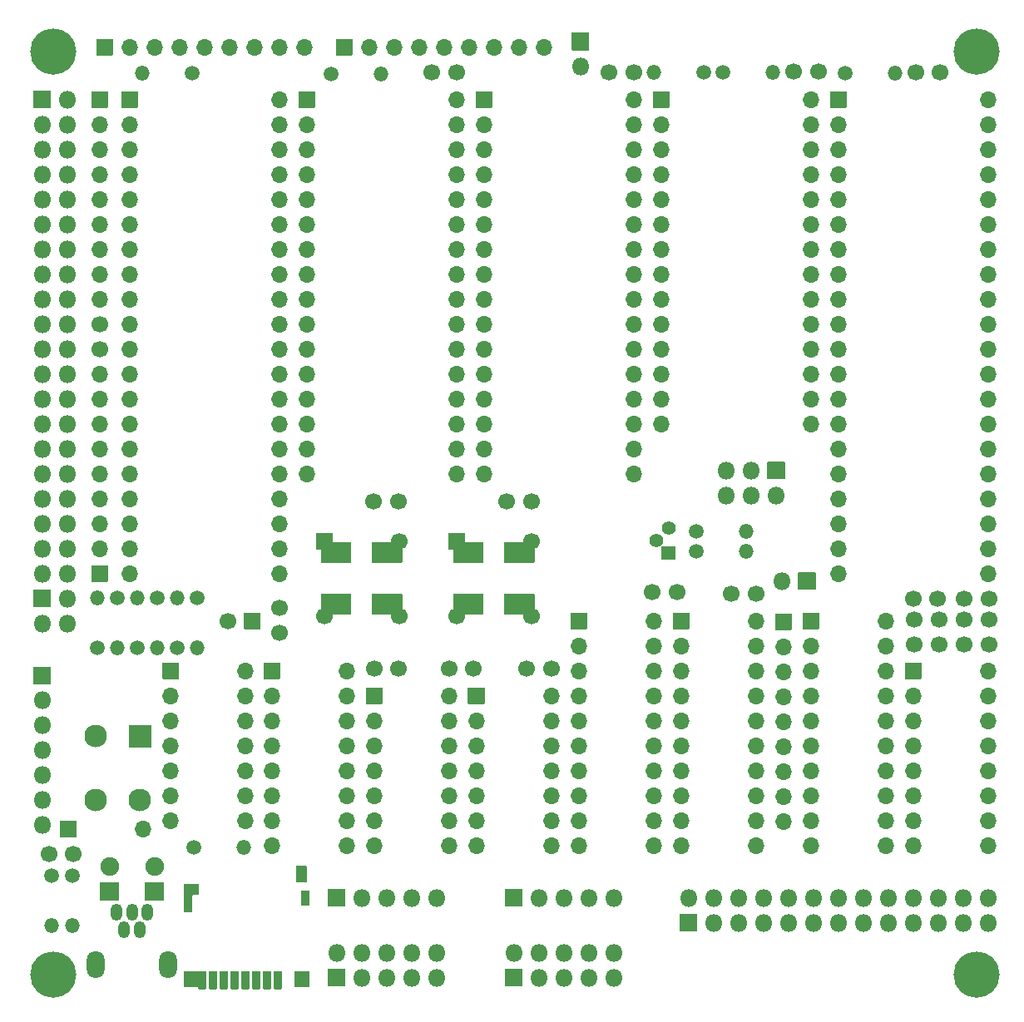
<source format=gts>
G04 #@! TF.GenerationSoftware,KiCad,Pcbnew,(5.1.12)-1*
G04 #@! TF.CreationDate,2022-12-18T09:53:10+01:00*
G04 #@! TF.ProjectId,2063-Z80,32303633-2d5a-4383-902e-6b696361645f,4.3*
G04 #@! TF.SameCoordinates,Original*
G04 #@! TF.FileFunction,Soldermask,Top*
G04 #@! TF.FilePolarity,Negative*
%FSLAX46Y46*%
G04 Gerber Fmt 4.6, Leading zero omitted, Abs format (unit mm)*
G04 Created by KiCad (PCBNEW (5.1.12)-1) date 2022-12-18 09:53:10*
%MOMM*%
%LPD*%
G01*
G04 APERTURE LIST*
%ADD10O,1.800000X1.800000*%
%ADD11O,1.500000X1.500000*%
%ADD12C,1.500000*%
%ADD13O,1.700000X1.700000*%
%ADD14C,1.700000*%
%ADD15C,1.400000*%
%ADD16C,4.700000*%
%ADD17O,1.800000X2.800000*%
%ADD18O,1.200000X1.750000*%
%ADD19C,1.900000*%
%ADD20C,2.300000*%
%ADD21C,0.100000*%
G04 APERTURE END LIST*
D10*
X104394000Y-111252000D03*
X101854000Y-111252000D03*
X104394000Y-108712000D03*
G36*
G01*
X100954000Y-109562000D02*
X100954000Y-107862000D01*
G75*
G02*
X101004000Y-107812000I50000J0D01*
G01*
X102704000Y-107812000D01*
G75*
G02*
X102754000Y-107862000I0J-50000D01*
G01*
X102754000Y-109562000D01*
G75*
G02*
X102704000Y-109612000I-50000J0D01*
G01*
X101004000Y-109612000D01*
G75*
G02*
X100954000Y-109562000I0J50000D01*
G01*
G37*
D11*
X176240440Y-55191660D03*
D12*
X171160440Y-55191660D03*
D11*
X112024160Y-55267860D03*
D12*
X117104160Y-55267860D03*
D11*
X136321800Y-55305960D03*
D12*
X131241800Y-55305960D03*
D10*
X156641800Y-54556660D03*
G36*
G01*
X155741800Y-52866660D02*
X155741800Y-51166660D01*
G75*
G02*
X155791800Y-51116660I50000J0D01*
G01*
X157491800Y-51116660D01*
G75*
G02*
X157541800Y-51166660I0J-50000D01*
G01*
X157541800Y-52866660D01*
G75*
G02*
X157491800Y-52916660I-50000J0D01*
G01*
X155791800Y-52916660D01*
G75*
G02*
X155741800Y-52866660I0J50000D01*
G01*
G37*
G36*
G01*
X145194920Y-119418000D02*
X145194920Y-117818000D01*
G75*
G02*
X145244920Y-117768000I50000J0D01*
G01*
X146844920Y-117768000D01*
G75*
G02*
X146894920Y-117818000I0J-50000D01*
G01*
X146894920Y-119418000D01*
G75*
G02*
X146844920Y-119468000I-50000J0D01*
G01*
X145244920Y-119468000D01*
G75*
G02*
X145194920Y-119418000I0J50000D01*
G01*
G37*
D13*
X153664920Y-133858000D03*
X146044920Y-121158000D03*
X153664920Y-131318000D03*
X146044920Y-123698000D03*
X153664920Y-128778000D03*
X146044920Y-126238000D03*
X153664920Y-126238000D03*
X146044920Y-128778000D03*
X153664920Y-123698000D03*
X146044920Y-131318000D03*
X153664920Y-121158000D03*
X146044920Y-133858000D03*
X153664920Y-118618000D03*
D10*
X177165000Y-106959400D03*
G36*
G01*
X178855000Y-106059400D02*
X180555000Y-106059400D01*
G75*
G02*
X180605000Y-106109400I0J-50000D01*
G01*
X180605000Y-107809400D01*
G75*
G02*
X180555000Y-107859400I-50000J0D01*
G01*
X178855000Y-107859400D01*
G75*
G02*
X178805000Y-107809400I0J50000D01*
G01*
X178805000Y-106109400D01*
G75*
G02*
X178855000Y-106059400I50000J0D01*
G01*
G37*
D11*
X164152580Y-55194200D03*
D12*
X169232580Y-55194200D03*
D11*
X188696600Y-55270400D03*
D12*
X183616600Y-55270400D03*
G36*
G01*
X130266000Y-108270000D02*
X133266000Y-108270000D01*
G75*
G02*
X133316000Y-108320000I0J-50000D01*
G01*
X133316000Y-110300000D01*
G75*
G02*
X133266000Y-110350000I-50000J0D01*
G01*
X130266000Y-110350000D01*
G75*
G02*
X130216000Y-110300000I0J50000D01*
G01*
X130216000Y-108320000D01*
G75*
G02*
X130266000Y-108270000I50000J0D01*
G01*
G37*
G36*
G01*
X130266000Y-103010000D02*
X133266000Y-103010000D01*
G75*
G02*
X133316000Y-103060000I0J-50000D01*
G01*
X133316000Y-105040000D01*
G75*
G02*
X133266000Y-105090000I-50000J0D01*
G01*
X130266000Y-105090000D01*
G75*
G02*
X130216000Y-105040000I0J50000D01*
G01*
X130216000Y-103060000D01*
G75*
G02*
X130266000Y-103010000I50000J0D01*
G01*
G37*
G36*
G01*
X135466000Y-108270000D02*
X138466000Y-108270000D01*
G75*
G02*
X138516000Y-108320000I0J-50000D01*
G01*
X138516000Y-110300000D01*
G75*
G02*
X138466000Y-110350000I-50000J0D01*
G01*
X135466000Y-110350000D01*
G75*
G02*
X135416000Y-110300000I0J50000D01*
G01*
X135416000Y-108320000D01*
G75*
G02*
X135466000Y-108270000I50000J0D01*
G01*
G37*
G36*
G01*
X135466000Y-103010000D02*
X138466000Y-103010000D01*
G75*
G02*
X138516000Y-103060000I0J-50000D01*
G01*
X138516000Y-105040000D01*
G75*
G02*
X138466000Y-105090000I-50000J0D01*
G01*
X135466000Y-105090000D01*
G75*
G02*
X135416000Y-105040000I0J50000D01*
G01*
X135416000Y-103060000D01*
G75*
G02*
X135466000Y-103010000I50000J0D01*
G01*
G37*
D14*
X130556000Y-110490000D03*
X138176000Y-110490000D03*
X138176000Y-102870000D03*
G36*
G01*
X129756000Y-102020000D02*
X131356000Y-102020000D01*
G75*
G02*
X131406000Y-102070000I0J-50000D01*
G01*
X131406000Y-103670000D01*
G75*
G02*
X131356000Y-103720000I-50000J0D01*
G01*
X129756000Y-103720000D01*
G75*
G02*
X129706000Y-103670000I0J50000D01*
G01*
X129706000Y-102070000D01*
G75*
G02*
X129756000Y-102020000I50000J0D01*
G01*
G37*
G36*
G01*
X143728000Y-108270000D02*
X146728000Y-108270000D01*
G75*
G02*
X146778000Y-108320000I0J-50000D01*
G01*
X146778000Y-110300000D01*
G75*
G02*
X146728000Y-110350000I-50000J0D01*
G01*
X143728000Y-110350000D01*
G75*
G02*
X143678000Y-110300000I0J50000D01*
G01*
X143678000Y-108320000D01*
G75*
G02*
X143728000Y-108270000I50000J0D01*
G01*
G37*
G36*
G01*
X143728000Y-103010000D02*
X146728000Y-103010000D01*
G75*
G02*
X146778000Y-103060000I0J-50000D01*
G01*
X146778000Y-105040000D01*
G75*
G02*
X146728000Y-105090000I-50000J0D01*
G01*
X143728000Y-105090000D01*
G75*
G02*
X143678000Y-105040000I0J50000D01*
G01*
X143678000Y-103060000D01*
G75*
G02*
X143728000Y-103010000I50000J0D01*
G01*
G37*
G36*
G01*
X148928000Y-108270000D02*
X151928000Y-108270000D01*
G75*
G02*
X151978000Y-108320000I0J-50000D01*
G01*
X151978000Y-110300000D01*
G75*
G02*
X151928000Y-110350000I-50000J0D01*
G01*
X148928000Y-110350000D01*
G75*
G02*
X148878000Y-110300000I0J50000D01*
G01*
X148878000Y-108320000D01*
G75*
G02*
X148928000Y-108270000I50000J0D01*
G01*
G37*
G36*
G01*
X148928000Y-103010000D02*
X151928000Y-103010000D01*
G75*
G02*
X151978000Y-103060000I0J-50000D01*
G01*
X151978000Y-105040000D01*
G75*
G02*
X151928000Y-105090000I-50000J0D01*
G01*
X148928000Y-105090000D01*
G75*
G02*
X148878000Y-105040000I0J50000D01*
G01*
X148878000Y-103060000D01*
G75*
G02*
X148928000Y-103010000I50000J0D01*
G01*
G37*
X144018000Y-110490000D03*
X151638000Y-110490000D03*
X151638000Y-102870000D03*
G36*
G01*
X143218000Y-102020000D02*
X144818000Y-102020000D01*
G75*
G02*
X144868000Y-102070000I0J-50000D01*
G01*
X144868000Y-103670000D01*
G75*
G02*
X144818000Y-103720000I-50000J0D01*
G01*
X143218000Y-103720000D01*
G75*
G02*
X143168000Y-103670000I0J50000D01*
G01*
X143168000Y-102070000D01*
G75*
G02*
X143218000Y-102020000I50000J0D01*
G01*
G37*
D11*
X104902000Y-141986000D03*
D12*
X104902000Y-136906000D03*
D13*
X122555000Y-116078000D03*
X114935000Y-131318000D03*
X122555000Y-118618000D03*
X114935000Y-128778000D03*
X122555000Y-121158000D03*
X114935000Y-126238000D03*
X122555000Y-123698000D03*
X114935000Y-123698000D03*
X122555000Y-126238000D03*
X114935000Y-121158000D03*
X122555000Y-128778000D03*
X114935000Y-118618000D03*
X122555000Y-131318000D03*
G36*
G01*
X114085000Y-116878000D02*
X114085000Y-115278000D01*
G75*
G02*
X114135000Y-115228000I50000J0D01*
G01*
X115735000Y-115228000D01*
G75*
G02*
X115785000Y-115278000I0J-50000D01*
G01*
X115785000Y-116878000D01*
G75*
G02*
X115735000Y-116928000I-50000J0D01*
G01*
X114135000Y-116928000D01*
G75*
G02*
X114085000Y-116878000I0J50000D01*
G01*
G37*
G36*
G01*
X166308000Y-103439200D02*
X166308000Y-104739200D01*
G75*
G02*
X166258000Y-104789200I-50000J0D01*
G01*
X164958000Y-104789200D01*
G75*
G02*
X164908000Y-104739200I0J50000D01*
G01*
X164908000Y-103439200D01*
G75*
G02*
X164958000Y-103389200I50000J0D01*
G01*
X166258000Y-103389200D01*
G75*
G02*
X166308000Y-103439200I0J-50000D01*
G01*
G37*
D15*
X165608000Y-101549200D03*
X164338000Y-102809200D03*
D10*
X171488100Y-98234500D03*
X171488100Y-95694500D03*
X174028100Y-98234500D03*
X174028100Y-95694500D03*
X176568100Y-98234500D03*
G36*
G01*
X175718100Y-94794500D02*
X177418100Y-94794500D01*
G75*
G02*
X177468100Y-94844500I0J-50000D01*
G01*
X177468100Y-96544500D01*
G75*
G02*
X177418100Y-96594500I-50000J0D01*
G01*
X175718100Y-96594500D01*
G75*
G02*
X175668100Y-96544500I0J50000D01*
G01*
X175668100Y-94844500D01*
G75*
G02*
X175718100Y-94794500I50000J0D01*
G01*
G37*
D14*
X126009400Y-109717200D03*
X126009400Y-112217200D03*
X120740800Y-110998000D03*
G36*
G01*
X124090800Y-110198000D02*
X124090800Y-111798000D01*
G75*
G02*
X124040800Y-111848000I-50000J0D01*
G01*
X122440800Y-111848000D01*
G75*
G02*
X122390800Y-111798000I0J50000D01*
G01*
X122390800Y-110198000D01*
G75*
G02*
X122440800Y-110148000I50000J0D01*
G01*
X124040800Y-110148000D01*
G75*
G02*
X124090800Y-110198000I0J-50000D01*
G01*
G37*
D10*
X101854000Y-131800600D03*
X101854000Y-129260600D03*
X101854000Y-126720600D03*
X101854000Y-124180600D03*
X101854000Y-121640600D03*
X101854000Y-119100600D03*
G36*
G01*
X100954000Y-117410600D02*
X100954000Y-115710600D01*
G75*
G02*
X101004000Y-115660600I50000J0D01*
G01*
X102704000Y-115660600D01*
G75*
G02*
X102754000Y-115710600I0J-50000D01*
G01*
X102754000Y-117410600D01*
G75*
G02*
X102704000Y-117460600I-50000J0D01*
G01*
X101004000Y-117460600D01*
G75*
G02*
X100954000Y-117410600I0J50000D01*
G01*
G37*
G36*
G01*
X134786000Y-119418000D02*
X134786000Y-117818000D01*
G75*
G02*
X134836000Y-117768000I50000J0D01*
G01*
X136436000Y-117768000D01*
G75*
G02*
X136486000Y-117818000I0J-50000D01*
G01*
X136486000Y-119418000D01*
G75*
G02*
X136436000Y-119468000I-50000J0D01*
G01*
X134836000Y-119468000D01*
G75*
G02*
X134786000Y-119418000I0J50000D01*
G01*
G37*
D13*
X143256000Y-133858000D03*
X135636000Y-121158000D03*
X143256000Y-131318000D03*
X135636000Y-123698000D03*
X143256000Y-128778000D03*
X135636000Y-126238000D03*
X143256000Y-126238000D03*
X135636000Y-128778000D03*
X143256000Y-123698000D03*
X135636000Y-131318000D03*
X143256000Y-121158000D03*
X135636000Y-133858000D03*
X143256000Y-118618000D03*
X144018000Y-57912000D03*
X128778000Y-96012000D03*
X144018000Y-60452000D03*
X128778000Y-93472000D03*
X144018000Y-62992000D03*
X128778000Y-90932000D03*
X144018000Y-65532000D03*
X128778000Y-88392000D03*
X144018000Y-68072000D03*
X128778000Y-85852000D03*
X144018000Y-70612000D03*
X128778000Y-83312000D03*
X144018000Y-73152000D03*
X128778000Y-80772000D03*
X144018000Y-75692000D03*
X128778000Y-78232000D03*
X144018000Y-78232000D03*
X128778000Y-75692000D03*
X144018000Y-80772000D03*
X128778000Y-73152000D03*
X144018000Y-83312000D03*
X128778000Y-70612000D03*
X144018000Y-85852000D03*
X128778000Y-68072000D03*
X144018000Y-88392000D03*
X128778000Y-65532000D03*
X144018000Y-90932000D03*
X128778000Y-62992000D03*
X144018000Y-93472000D03*
X128778000Y-60452000D03*
X144018000Y-96012000D03*
G36*
G01*
X127928000Y-58712000D02*
X127928000Y-57112000D01*
G75*
G02*
X127978000Y-57062000I50000J0D01*
G01*
X129578000Y-57062000D01*
G75*
G02*
X129628000Y-57112000I0J-50000D01*
G01*
X129628000Y-58712000D01*
G75*
G02*
X129578000Y-58762000I-50000J0D01*
G01*
X127978000Y-58762000D01*
G75*
G02*
X127928000Y-58712000I0J50000D01*
G01*
G37*
D11*
X173482000Y-103962200D03*
D12*
X168402000Y-103962200D03*
D11*
X173482000Y-101930200D03*
D12*
X168402000Y-101930200D03*
D14*
X135625200Y-98882200D03*
X138125200Y-98882200D03*
D11*
X102793800Y-141986000D03*
D12*
X102793800Y-136906000D03*
D11*
X122402600Y-134035800D03*
D12*
X117322600Y-134035800D03*
D11*
X115570000Y-108661200D03*
D12*
X115570000Y-113741200D03*
D11*
X111506000Y-108661200D03*
D12*
X111506000Y-113741200D03*
D11*
X117602000Y-113741200D03*
D12*
X117602000Y-108661200D03*
D11*
X113538000Y-113741200D03*
D12*
X113538000Y-108661200D03*
D11*
X109474000Y-113741200D03*
D12*
X109474000Y-108661200D03*
D11*
X107442000Y-108661200D03*
D12*
X107442000Y-113741200D03*
D13*
X128524000Y-52578000D03*
X125984000Y-52578000D03*
X123444000Y-52578000D03*
X120904000Y-52578000D03*
X118364000Y-52578000D03*
X115824000Y-52578000D03*
X113284000Y-52578000D03*
X110744000Y-52578000D03*
G36*
G01*
X107354000Y-53378000D02*
X107354000Y-51778000D01*
G75*
G02*
X107404000Y-51728000I50000J0D01*
G01*
X109004000Y-51728000D01*
G75*
G02*
X109054000Y-51778000I0J-50000D01*
G01*
X109054000Y-53378000D01*
G75*
G02*
X109004000Y-53428000I-50000J0D01*
G01*
X107404000Y-53428000D01*
G75*
G02*
X107354000Y-53378000I0J50000D01*
G01*
G37*
X107696000Y-78232000D03*
X107696000Y-75692000D03*
X107696000Y-73152000D03*
X107696000Y-70612000D03*
X107696000Y-68072000D03*
X107696000Y-65532000D03*
X107696000Y-62992000D03*
X107696000Y-60452000D03*
G36*
G01*
X106896000Y-57062000D02*
X108496000Y-57062000D01*
G75*
G02*
X108546000Y-57112000I0J-50000D01*
G01*
X108546000Y-58712000D01*
G75*
G02*
X108496000Y-58762000I-50000J0D01*
G01*
X106896000Y-58762000D01*
G75*
G02*
X106846000Y-58712000I0J50000D01*
G01*
X106846000Y-57112000D01*
G75*
G02*
X106896000Y-57062000I50000J0D01*
G01*
G37*
X107696000Y-85852000D03*
X107696000Y-88392000D03*
X107696000Y-90932000D03*
X107696000Y-93472000D03*
X107696000Y-96012000D03*
X107696000Y-98552000D03*
X107696000Y-101092000D03*
X107696000Y-103632000D03*
G36*
G01*
X108496000Y-107022000D02*
X106896000Y-107022000D01*
G75*
G02*
X106846000Y-106972000I0J50000D01*
G01*
X106846000Y-105372000D01*
G75*
G02*
X106896000Y-105322000I50000J0D01*
G01*
X108496000Y-105322000D01*
G75*
G02*
X108546000Y-105372000I0J-50000D01*
G01*
X108546000Y-106972000D01*
G75*
G02*
X108496000Y-107022000I-50000J0D01*
G01*
G37*
X198120000Y-116078000D03*
X190500000Y-133858000D03*
X198120000Y-118618000D03*
X190500000Y-131318000D03*
X198120000Y-121158000D03*
X190500000Y-128778000D03*
X198120000Y-123698000D03*
X190500000Y-126238000D03*
X198120000Y-126238000D03*
X190500000Y-123698000D03*
X198120000Y-128778000D03*
X190500000Y-121158000D03*
X198120000Y-131318000D03*
X190500000Y-118618000D03*
X198120000Y-133858000D03*
G36*
G01*
X189650000Y-116878000D02*
X189650000Y-115278000D01*
G75*
G02*
X189700000Y-115228000I50000J0D01*
G01*
X191300000Y-115228000D01*
G75*
G02*
X191350000Y-115278000I0J-50000D01*
G01*
X191350000Y-116878000D01*
G75*
G02*
X191300000Y-116928000I-50000J0D01*
G01*
X189700000Y-116928000D01*
G75*
G02*
X189650000Y-116878000I0J50000D01*
G01*
G37*
G36*
G01*
X103671000Y-133007000D02*
X103671000Y-131407000D01*
G75*
G02*
X103721000Y-131357000I50000J0D01*
G01*
X105321000Y-131357000D01*
G75*
G02*
X105371000Y-131407000I0J-50000D01*
G01*
X105371000Y-133007000D01*
G75*
G02*
X105321000Y-133057000I-50000J0D01*
G01*
X103721000Y-133057000D01*
G75*
G02*
X103671000Y-133007000I0J50000D01*
G01*
G37*
X112141000Y-132207000D03*
X162052000Y-57912000D03*
X146812000Y-96012000D03*
X162052000Y-60452000D03*
X146812000Y-93472000D03*
X162052000Y-62992000D03*
X146812000Y-90932000D03*
X162052000Y-65532000D03*
X146812000Y-88392000D03*
X162052000Y-68072000D03*
X146812000Y-85852000D03*
X162052000Y-70612000D03*
X146812000Y-83312000D03*
X162052000Y-73152000D03*
X146812000Y-80772000D03*
X162052000Y-75692000D03*
X146812000Y-78232000D03*
X162052000Y-78232000D03*
X146812000Y-75692000D03*
X162052000Y-80772000D03*
X146812000Y-73152000D03*
X162052000Y-83312000D03*
X146812000Y-70612000D03*
X162052000Y-85852000D03*
X146812000Y-68072000D03*
X162052000Y-88392000D03*
X146812000Y-65532000D03*
X162052000Y-90932000D03*
X146812000Y-62992000D03*
X162052000Y-93472000D03*
X146812000Y-60452000D03*
X162052000Y-96012000D03*
G36*
G01*
X145962000Y-58712000D02*
X145962000Y-57112000D01*
G75*
G02*
X146012000Y-57062000I50000J0D01*
G01*
X147612000Y-57062000D01*
G75*
G02*
X147662000Y-57112000I0J-50000D01*
G01*
X147662000Y-58712000D01*
G75*
G02*
X147612000Y-58762000I-50000J0D01*
G01*
X146012000Y-58762000D01*
G75*
G02*
X145962000Y-58712000I0J50000D01*
G01*
G37*
D10*
X141986000Y-139192000D03*
X139446000Y-139192000D03*
X136906000Y-139192000D03*
X134366000Y-139192000D03*
G36*
G01*
X132676000Y-140092000D02*
X130976000Y-140092000D01*
G75*
G02*
X130926000Y-140042000I0J50000D01*
G01*
X130926000Y-138342000D01*
G75*
G02*
X130976000Y-138292000I50000J0D01*
G01*
X132676000Y-138292000D01*
G75*
G02*
X132726000Y-138342000I0J-50000D01*
G01*
X132726000Y-140042000D01*
G75*
G02*
X132676000Y-140092000I-50000J0D01*
G01*
G37*
X160020000Y-139192000D03*
X157480000Y-139192000D03*
X154940000Y-139192000D03*
X152400000Y-139192000D03*
G36*
G01*
X150710000Y-140092000D02*
X149010000Y-140092000D01*
G75*
G02*
X148960000Y-140042000I0J50000D01*
G01*
X148960000Y-138342000D01*
G75*
G02*
X149010000Y-138292000I50000J0D01*
G01*
X150710000Y-138292000D01*
G75*
G02*
X150760000Y-138342000I0J-50000D01*
G01*
X150760000Y-140042000D01*
G75*
G02*
X150710000Y-140092000I-50000J0D01*
G01*
G37*
X141986000Y-144780000D03*
X141986000Y-147320000D03*
X139446000Y-144780000D03*
X139446000Y-147320000D03*
X136906000Y-144780000D03*
X136906000Y-147320000D03*
X134366000Y-144780000D03*
X134366000Y-147320000D03*
X131826000Y-144780000D03*
G36*
G01*
X132676000Y-148220000D02*
X130976000Y-148220000D01*
G75*
G02*
X130926000Y-148170000I0J50000D01*
G01*
X130926000Y-146470000D01*
G75*
G02*
X130976000Y-146420000I50000J0D01*
G01*
X132676000Y-146420000D01*
G75*
G02*
X132726000Y-146470000I0J-50000D01*
G01*
X132726000Y-148170000D01*
G75*
G02*
X132676000Y-148220000I-50000J0D01*
G01*
G37*
X160020000Y-144780000D03*
X160020000Y-147320000D03*
X157480000Y-144780000D03*
X157480000Y-147320000D03*
X154940000Y-144780000D03*
X154940000Y-147320000D03*
X152400000Y-144780000D03*
X152400000Y-147320000D03*
X149860000Y-144780000D03*
G36*
G01*
X150710000Y-148220000D02*
X149010000Y-148220000D01*
G75*
G02*
X148960000Y-148170000I0J50000D01*
G01*
X148960000Y-146470000D01*
G75*
G02*
X149010000Y-146420000I50000J0D01*
G01*
X150710000Y-146420000D01*
G75*
G02*
X150760000Y-146470000I0J-50000D01*
G01*
X150760000Y-148170000D01*
G75*
G02*
X150710000Y-148220000I-50000J0D01*
G01*
G37*
D13*
X177292000Y-131419600D03*
X177292000Y-128879600D03*
X177292000Y-126339600D03*
X177292000Y-123799600D03*
X177292000Y-121259600D03*
X177292000Y-118719600D03*
X177292000Y-116179600D03*
X177292000Y-113639600D03*
G36*
G01*
X176492000Y-110249600D02*
X178092000Y-110249600D01*
G75*
G02*
X178142000Y-110299600I0J-50000D01*
G01*
X178142000Y-111899600D01*
G75*
G02*
X178092000Y-111949600I-50000J0D01*
G01*
X176492000Y-111949600D01*
G75*
G02*
X176442000Y-111899600I0J50000D01*
G01*
X176442000Y-110299600D01*
G75*
G02*
X176492000Y-110249600I50000J0D01*
G01*
G37*
D14*
X149138000Y-98882200D03*
X151638000Y-98882200D03*
D16*
X197000000Y-147000000D03*
D13*
X125984000Y-57912000D03*
X110744000Y-106172000D03*
X125984000Y-60452000D03*
X110744000Y-103632000D03*
X125984000Y-62992000D03*
X110744000Y-101092000D03*
X125984000Y-65532000D03*
X110744000Y-98552000D03*
X125984000Y-68072000D03*
X110744000Y-96012000D03*
X125984000Y-70612000D03*
X110744000Y-93472000D03*
X125984000Y-73152000D03*
X110744000Y-90932000D03*
X125984000Y-75692000D03*
X110744000Y-88392000D03*
X125984000Y-78232000D03*
X110744000Y-85852000D03*
X125984000Y-80772000D03*
X110744000Y-83312000D03*
X125984000Y-83312000D03*
X110744000Y-80772000D03*
X125984000Y-85852000D03*
X110744000Y-78232000D03*
X125984000Y-88392000D03*
X110744000Y-75692000D03*
X125984000Y-90932000D03*
X110744000Y-73152000D03*
X125984000Y-93472000D03*
X110744000Y-70612000D03*
X125984000Y-96012000D03*
X110744000Y-68072000D03*
X125984000Y-98552000D03*
X110744000Y-65532000D03*
X125984000Y-101092000D03*
X110744000Y-62992000D03*
X125984000Y-103632000D03*
X110744000Y-60452000D03*
X125984000Y-106172000D03*
G36*
G01*
X109894000Y-58712000D02*
X109894000Y-57112000D01*
G75*
G02*
X109944000Y-57062000I50000J0D01*
G01*
X111544000Y-57062000D01*
G75*
G02*
X111594000Y-57112000I0J-50000D01*
G01*
X111594000Y-58712000D01*
G75*
G02*
X111544000Y-58762000I-50000J0D01*
G01*
X109944000Y-58762000D01*
G75*
G02*
X109894000Y-58712000I0J50000D01*
G01*
G37*
X198120000Y-57912000D03*
X182880000Y-106172000D03*
X198120000Y-60452000D03*
X182880000Y-103632000D03*
X198120000Y-62992000D03*
X182880000Y-101092000D03*
X198120000Y-65532000D03*
X182880000Y-98552000D03*
X198120000Y-68072000D03*
X182880000Y-96012000D03*
X198120000Y-70612000D03*
X182880000Y-93472000D03*
X198120000Y-73152000D03*
X182880000Y-90932000D03*
X198120000Y-75692000D03*
X182880000Y-88392000D03*
X198120000Y-78232000D03*
X182880000Y-85852000D03*
X198120000Y-80772000D03*
X182880000Y-83312000D03*
X198120000Y-83312000D03*
X182880000Y-80772000D03*
X198120000Y-85852000D03*
X182880000Y-78232000D03*
X198120000Y-88392000D03*
X182880000Y-75692000D03*
X198120000Y-90932000D03*
X182880000Y-73152000D03*
X198120000Y-93472000D03*
X182880000Y-70612000D03*
X198120000Y-96012000D03*
X182880000Y-68072000D03*
X198120000Y-98552000D03*
X182880000Y-65532000D03*
X198120000Y-101092000D03*
X182880000Y-62992000D03*
X198120000Y-103632000D03*
X182880000Y-60452000D03*
X198120000Y-106172000D03*
G36*
G01*
X182030000Y-58712000D02*
X182030000Y-57112000D01*
G75*
G02*
X182080000Y-57062000I50000J0D01*
G01*
X183680000Y-57062000D01*
G75*
G02*
X183730000Y-57112000I0J-50000D01*
G01*
X183730000Y-58712000D01*
G75*
G02*
X183680000Y-58762000I-50000J0D01*
G01*
X182080000Y-58762000D01*
G75*
G02*
X182030000Y-58712000I0J50000D01*
G01*
G37*
D10*
X198120000Y-139192000D03*
X198120000Y-141732000D03*
X195580000Y-139192000D03*
X195580000Y-141732000D03*
X193040000Y-139192000D03*
X193040000Y-141732000D03*
X190500000Y-139192000D03*
X190500000Y-141732000D03*
X187960000Y-139192000D03*
X187960000Y-141732000D03*
X185420000Y-139192000D03*
X185420000Y-141732000D03*
X182880000Y-139192000D03*
X182880000Y-141732000D03*
X180340000Y-139192000D03*
X180340000Y-141732000D03*
X177800000Y-139192000D03*
X177800000Y-141732000D03*
X175260000Y-139192000D03*
X175260000Y-141732000D03*
X172720000Y-139192000D03*
X172720000Y-141732000D03*
X170180000Y-139192000D03*
X170180000Y-141732000D03*
X167640000Y-139192000D03*
G36*
G01*
X168490000Y-142632000D02*
X166790000Y-142632000D01*
G75*
G02*
X166740000Y-142582000I0J50000D01*
G01*
X166740000Y-140882000D01*
G75*
G02*
X166790000Y-140832000I50000J0D01*
G01*
X168490000Y-140832000D01*
G75*
G02*
X168540000Y-140882000I0J-50000D01*
G01*
X168540000Y-142582000D01*
G75*
G02*
X168490000Y-142632000I-50000J0D01*
G01*
G37*
D13*
X152908000Y-52578000D03*
X150368000Y-52578000D03*
X147828000Y-52578000D03*
X145288000Y-52578000D03*
X142748000Y-52578000D03*
X140208000Y-52578000D03*
X137668000Y-52578000D03*
X135128000Y-52578000D03*
G36*
G01*
X131738000Y-53378000D02*
X131738000Y-51778000D01*
G75*
G02*
X131788000Y-51728000I50000J0D01*
G01*
X133388000Y-51728000D01*
G75*
G02*
X133438000Y-51778000I0J-50000D01*
G01*
X133438000Y-53378000D01*
G75*
G02*
X133388000Y-53428000I-50000J0D01*
G01*
X131788000Y-53428000D01*
G75*
G02*
X131738000Y-53378000I0J50000D01*
G01*
G37*
D17*
X114648000Y-146020000D03*
X107348000Y-146020000D03*
D18*
X111798000Y-142445000D03*
X110198000Y-142445000D03*
X112598000Y-140695000D03*
X109398000Y-140695000D03*
X110998000Y-140695000D03*
D10*
X104394000Y-106172000D03*
X101854000Y-106172000D03*
X104394000Y-103632000D03*
X101854000Y-103632000D03*
X104394000Y-101092000D03*
X101854000Y-101092000D03*
X104394000Y-98552000D03*
X101854000Y-98552000D03*
X104394000Y-96012000D03*
X101854000Y-96012000D03*
X104394000Y-93472000D03*
X101854000Y-93472000D03*
X104394000Y-90932000D03*
X101854000Y-90932000D03*
X104394000Y-88392000D03*
X101854000Y-88392000D03*
X104394000Y-85852000D03*
X101854000Y-85852000D03*
X104394000Y-83312000D03*
X101854000Y-83312000D03*
X104394000Y-80772000D03*
X101854000Y-80772000D03*
X104394000Y-78232000D03*
X101854000Y-78232000D03*
X104394000Y-75692000D03*
X101854000Y-75692000D03*
X104394000Y-73152000D03*
X101854000Y-73152000D03*
X104394000Y-70612000D03*
X101854000Y-70612000D03*
X104394000Y-68072000D03*
X101854000Y-68072000D03*
X104394000Y-65532000D03*
X101854000Y-65532000D03*
X104394000Y-62992000D03*
X101854000Y-62992000D03*
X104394000Y-60452000D03*
X101854000Y-60452000D03*
X104394000Y-57912000D03*
G36*
G01*
X100954000Y-58762000D02*
X100954000Y-57062000D01*
G75*
G02*
X101004000Y-57012000I50000J0D01*
G01*
X102704000Y-57012000D01*
G75*
G02*
X102754000Y-57062000I0J-50000D01*
G01*
X102754000Y-58762000D01*
G75*
G02*
X102704000Y-58812000I-50000J0D01*
G01*
X101004000Y-58812000D01*
G75*
G02*
X100954000Y-58762000I0J50000D01*
G01*
G37*
D19*
X108712000Y-136017000D03*
G36*
G01*
X109612000Y-139507000D02*
X107812000Y-139507000D01*
G75*
G02*
X107762000Y-139457000I0J50000D01*
G01*
X107762000Y-137657000D01*
G75*
G02*
X107812000Y-137607000I50000J0D01*
G01*
X109612000Y-137607000D01*
G75*
G02*
X109662000Y-137657000I0J-50000D01*
G01*
X109662000Y-139457000D01*
G75*
G02*
X109612000Y-139507000I-50000J0D01*
G01*
G37*
X113284000Y-136017000D03*
G36*
G01*
X114184000Y-139507000D02*
X112384000Y-139507000D01*
G75*
G02*
X112334000Y-139457000I0J50000D01*
G01*
X112334000Y-137657000D01*
G75*
G02*
X112384000Y-137607000I50000J0D01*
G01*
X114184000Y-137607000D01*
G75*
G02*
X114234000Y-137657000I0J-50000D01*
G01*
X114234000Y-139457000D01*
G75*
G02*
X114184000Y-139507000I-50000J0D01*
G01*
G37*
D20*
X107336200Y-122732800D03*
X107336200Y-129232800D03*
X111836200Y-129232800D03*
G36*
G01*
X110736200Y-121582800D02*
X112936200Y-121582800D01*
G75*
G02*
X112986200Y-121632800I0J-50000D01*
G01*
X112986200Y-123832800D01*
G75*
G02*
X112936200Y-123882800I-50000J0D01*
G01*
X110736200Y-123882800D01*
G75*
G02*
X110686200Y-123832800I0J50000D01*
G01*
X110686200Y-121632800D01*
G75*
G02*
X110736200Y-121582800I50000J0D01*
G01*
G37*
D14*
X102529000Y-134747000D03*
X105029000Y-134747000D03*
D13*
X180086000Y-57912000D03*
X164846000Y-90932000D03*
X180086000Y-60452000D03*
X164846000Y-88392000D03*
X180086000Y-62992000D03*
X164846000Y-85852000D03*
X180086000Y-65532000D03*
X164846000Y-83312000D03*
X180086000Y-68072000D03*
X164846000Y-80772000D03*
X180086000Y-70612000D03*
X164846000Y-78232000D03*
X180086000Y-73152000D03*
X164846000Y-75692000D03*
X180086000Y-75692000D03*
X164846000Y-73152000D03*
X180086000Y-78232000D03*
X164846000Y-70612000D03*
X180086000Y-80772000D03*
X164846000Y-68072000D03*
X180086000Y-83312000D03*
X164846000Y-65532000D03*
X180086000Y-85852000D03*
X164846000Y-62992000D03*
X180086000Y-88392000D03*
X164846000Y-60452000D03*
X180086000Y-90932000D03*
G36*
G01*
X163996000Y-58712000D02*
X163996000Y-57112000D01*
G75*
G02*
X164046000Y-57062000I50000J0D01*
G01*
X165646000Y-57062000D01*
G75*
G02*
X165696000Y-57112000I0J-50000D01*
G01*
X165696000Y-58712000D01*
G75*
G02*
X165646000Y-58762000I-50000J0D01*
G01*
X164046000Y-58762000D01*
G75*
G02*
X163996000Y-58712000I0J50000D01*
G01*
G37*
G36*
G01*
X166028000Y-111798000D02*
X166028000Y-110198000D01*
G75*
G02*
X166078000Y-110148000I50000J0D01*
G01*
X167678000Y-110148000D01*
G75*
G02*
X167728000Y-110198000I0J-50000D01*
G01*
X167728000Y-111798000D01*
G75*
G02*
X167678000Y-111848000I-50000J0D01*
G01*
X166078000Y-111848000D01*
G75*
G02*
X166028000Y-111798000I0J50000D01*
G01*
G37*
X174498000Y-133858000D03*
X166878000Y-113538000D03*
X174498000Y-131318000D03*
X166878000Y-116078000D03*
X174498000Y-128778000D03*
X166878000Y-118618000D03*
X174498000Y-126238000D03*
X166878000Y-121158000D03*
X174498000Y-123698000D03*
X166878000Y-123698000D03*
X174498000Y-121158000D03*
X166878000Y-126238000D03*
X174498000Y-118618000D03*
X166878000Y-128778000D03*
X174498000Y-116078000D03*
X166878000Y-131318000D03*
X174498000Y-113538000D03*
X166878000Y-133858000D03*
X174498000Y-110998000D03*
D14*
X163957000Y-108077000D03*
X166457000Y-108077000D03*
X159552000Y-55118000D03*
X162052000Y-55118000D03*
X178381020Y-55107840D03*
X180881020Y-55107840D03*
X193254000Y-55118000D03*
X190754000Y-55118000D03*
G36*
G01*
X127707000Y-137565000D02*
X127707000Y-136015000D01*
G75*
G02*
X127757000Y-135965000I50000J0D01*
G01*
X128757000Y-135965000D01*
G75*
G02*
X128807000Y-136015000I0J-50000D01*
G01*
X128807000Y-137565000D01*
G75*
G02*
X128757000Y-137615000I-50000J0D01*
G01*
X127757000Y-137615000D01*
G75*
G02*
X127707000Y-137565000I0J50000D01*
G01*
G37*
G36*
G01*
X127507000Y-148215000D02*
X127507000Y-146715000D01*
G75*
G02*
X127557000Y-146665000I50000J0D01*
G01*
X129057000Y-146665000D01*
G75*
G02*
X129107000Y-146715000I0J-50000D01*
G01*
X129107000Y-148215000D01*
G75*
G02*
X129057000Y-148265000I-50000J0D01*
G01*
X127557000Y-148265000D01*
G75*
G02*
X127507000Y-148215000I0J50000D01*
G01*
G37*
G36*
G01*
X125457000Y-148465000D02*
X125457000Y-146715000D01*
G75*
G02*
X125507000Y-146665000I50000J0D01*
G01*
X126207000Y-146665000D01*
G75*
G02*
X126257000Y-146715000I0J-50000D01*
G01*
X126257000Y-148465000D01*
G75*
G02*
X126207000Y-148515000I-50000J0D01*
G01*
X125507000Y-148515000D01*
G75*
G02*
X125457000Y-148465000I0J50000D01*
G01*
G37*
G36*
G01*
X124357000Y-148465000D02*
X124357000Y-146715000D01*
G75*
G02*
X124407000Y-146665000I50000J0D01*
G01*
X125107000Y-146665000D01*
G75*
G02*
X125157000Y-146715000I0J-50000D01*
G01*
X125157000Y-148465000D01*
G75*
G02*
X125107000Y-148515000I-50000J0D01*
G01*
X124407000Y-148515000D01*
G75*
G02*
X124357000Y-148465000I0J50000D01*
G01*
G37*
G36*
G01*
X123257000Y-148465000D02*
X123257000Y-146715000D01*
G75*
G02*
X123307000Y-146665000I50000J0D01*
G01*
X124007000Y-146665000D01*
G75*
G02*
X124057000Y-146715000I0J-50000D01*
G01*
X124057000Y-148465000D01*
G75*
G02*
X124007000Y-148515000I-50000J0D01*
G01*
X123307000Y-148515000D01*
G75*
G02*
X123257000Y-148465000I0J50000D01*
G01*
G37*
G36*
G01*
X122157000Y-148465000D02*
X122157000Y-146715000D01*
G75*
G02*
X122207000Y-146665000I50000J0D01*
G01*
X122907000Y-146665000D01*
G75*
G02*
X122957000Y-146715000I0J-50000D01*
G01*
X122957000Y-148465000D01*
G75*
G02*
X122907000Y-148515000I-50000J0D01*
G01*
X122207000Y-148515000D01*
G75*
G02*
X122157000Y-148465000I0J50000D01*
G01*
G37*
G36*
G01*
X121057000Y-148465000D02*
X121057000Y-146715000D01*
G75*
G02*
X121107000Y-146665000I50000J0D01*
G01*
X121807000Y-146665000D01*
G75*
G02*
X121857000Y-146715000I0J-50000D01*
G01*
X121857000Y-148465000D01*
G75*
G02*
X121807000Y-148515000I-50000J0D01*
G01*
X121107000Y-148515000D01*
G75*
G02*
X121057000Y-148465000I0J50000D01*
G01*
G37*
G36*
G01*
X119957000Y-148465000D02*
X119957000Y-146715000D01*
G75*
G02*
X120007000Y-146665000I50000J0D01*
G01*
X120707000Y-146665000D01*
G75*
G02*
X120757000Y-146715000I0J-50000D01*
G01*
X120757000Y-148465000D01*
G75*
G02*
X120707000Y-148515000I-50000J0D01*
G01*
X120007000Y-148515000D01*
G75*
G02*
X119957000Y-148465000I0J50000D01*
G01*
G37*
G36*
G01*
X118857000Y-148465000D02*
X118857000Y-146715000D01*
G75*
G02*
X118907000Y-146665000I50000J0D01*
G01*
X119607000Y-146665000D01*
G75*
G02*
X119657000Y-146715000I0J-50000D01*
G01*
X119657000Y-148465000D01*
G75*
G02*
X119607000Y-148515000I-50000J0D01*
G01*
X118907000Y-148515000D01*
G75*
G02*
X118857000Y-148465000I0J50000D01*
G01*
G37*
G36*
G01*
X128207000Y-139915000D02*
X128207000Y-138515000D01*
G75*
G02*
X128257000Y-138465000I50000J0D01*
G01*
X129057000Y-138465000D01*
G75*
G02*
X129107000Y-138515000I0J-50000D01*
G01*
X129107000Y-139915000D01*
G75*
G02*
X129057000Y-139965000I-50000J0D01*
G01*
X128257000Y-139965000D01*
G75*
G02*
X128207000Y-139915000I0J50000D01*
G01*
G37*
G36*
G01*
X116257000Y-138865000D02*
X116257000Y-137865000D01*
G75*
G02*
X116307000Y-137815000I50000J0D01*
G01*
X117757000Y-137815000D01*
G75*
G02*
X117807000Y-137865000I0J-50000D01*
G01*
X117807000Y-138865000D01*
G75*
G02*
X117757000Y-138915000I-50000J0D01*
G01*
X116307000Y-138915000D01*
G75*
G02*
X116257000Y-138865000I0J50000D01*
G01*
G37*
G36*
G01*
X116257000Y-140615000D02*
X116257000Y-139115000D01*
G75*
G02*
X116307000Y-139065000I50000J0D01*
G01*
X117107000Y-139065000D01*
G75*
G02*
X117157000Y-139115000I0J-50000D01*
G01*
X117157000Y-140615000D01*
G75*
G02*
X117107000Y-140665000I-50000J0D01*
G01*
X116307000Y-140665000D01*
G75*
G02*
X116257000Y-140615000I0J50000D01*
G01*
G37*
G36*
G01*
X116257000Y-148215000D02*
X116257000Y-146715000D01*
G75*
G02*
X116307000Y-146665000I50000J0D01*
G01*
X117607000Y-146665000D01*
G75*
G02*
X117657000Y-146715000I0J-50000D01*
G01*
X117657000Y-148215000D01*
G75*
G02*
X117607000Y-148265000I-50000J0D01*
G01*
X116307000Y-148265000D01*
G75*
G02*
X116257000Y-148215000I0J50000D01*
G01*
G37*
G36*
G01*
X117757000Y-148465000D02*
X117757000Y-146715000D01*
G75*
G02*
X117807000Y-146665000I50000J0D01*
G01*
X118507000Y-146665000D01*
G75*
G02*
X118557000Y-146715000I0J-50000D01*
G01*
X118557000Y-148465000D01*
G75*
G02*
X118507000Y-148515000I-50000J0D01*
G01*
X117807000Y-148515000D01*
G75*
G02*
X117757000Y-148465000I0J50000D01*
G01*
G37*
X198207000Y-108712000D03*
X195707000Y-108712000D03*
X193141600Y-110883700D03*
X193141600Y-113383700D03*
X141518000Y-55118000D03*
X144018000Y-55118000D03*
X107696000Y-80812000D03*
X107696000Y-83312000D03*
X198221600Y-110883700D03*
X198221600Y-113383700D03*
X153670000Y-115824000D03*
X151170000Y-115824000D03*
X143256000Y-115824000D03*
X145756000Y-115824000D03*
X135636000Y-115824000D03*
X138136000Y-115824000D03*
X190500000Y-108712000D03*
X193000000Y-108712000D03*
X174518320Y-108201460D03*
X172018320Y-108201460D03*
X190601600Y-110883700D03*
X190601600Y-113383700D03*
X195681600Y-110883700D03*
X195681600Y-113383700D03*
D16*
X103000000Y-53000000D03*
X197000000Y-53000000D03*
X103000000Y-147000000D03*
G36*
G01*
X179236000Y-111798000D02*
X179236000Y-110198000D01*
G75*
G02*
X179286000Y-110148000I50000J0D01*
G01*
X180886000Y-110148000D01*
G75*
G02*
X180936000Y-110198000I0J-50000D01*
G01*
X180936000Y-111798000D01*
G75*
G02*
X180886000Y-111848000I-50000J0D01*
G01*
X179286000Y-111848000D01*
G75*
G02*
X179236000Y-111798000I0J50000D01*
G01*
G37*
D13*
X187706000Y-133858000D03*
X180086000Y-113538000D03*
X187706000Y-131318000D03*
X180086000Y-116078000D03*
X187706000Y-128778000D03*
X180086000Y-118618000D03*
X187706000Y-126238000D03*
X180086000Y-121158000D03*
X187706000Y-123698000D03*
X180086000Y-123698000D03*
X187706000Y-121158000D03*
X180086000Y-126238000D03*
X187706000Y-118618000D03*
X180086000Y-128778000D03*
X187706000Y-116078000D03*
X180086000Y-131318000D03*
X187706000Y-113538000D03*
X180086000Y-133858000D03*
X187706000Y-110998000D03*
G36*
G01*
X155614000Y-111798000D02*
X155614000Y-110198000D01*
G75*
G02*
X155664000Y-110148000I50000J0D01*
G01*
X157264000Y-110148000D01*
G75*
G02*
X157314000Y-110198000I0J-50000D01*
G01*
X157314000Y-111798000D01*
G75*
G02*
X157264000Y-111848000I-50000J0D01*
G01*
X155664000Y-111848000D01*
G75*
G02*
X155614000Y-111798000I0J50000D01*
G01*
G37*
X164084000Y-133858000D03*
X156464000Y-113538000D03*
X164084000Y-131318000D03*
X156464000Y-116078000D03*
X164084000Y-128778000D03*
X156464000Y-118618000D03*
X164084000Y-126238000D03*
X156464000Y-121158000D03*
X164084000Y-123698000D03*
X156464000Y-123698000D03*
X164084000Y-121158000D03*
X156464000Y-126238000D03*
X164084000Y-118618000D03*
X156464000Y-128778000D03*
X164084000Y-116078000D03*
X156464000Y-131318000D03*
X164084000Y-113538000D03*
X156464000Y-133858000D03*
X164084000Y-110998000D03*
G36*
G01*
X124372000Y-116878000D02*
X124372000Y-115278000D01*
G75*
G02*
X124422000Y-115228000I50000J0D01*
G01*
X126022000Y-115228000D01*
G75*
G02*
X126072000Y-115278000I0J-50000D01*
G01*
X126072000Y-116878000D01*
G75*
G02*
X126022000Y-116928000I-50000J0D01*
G01*
X124422000Y-116928000D01*
G75*
G02*
X124372000Y-116878000I0J50000D01*
G01*
G37*
X132842000Y-133858000D03*
X125222000Y-118618000D03*
X132842000Y-131318000D03*
X125222000Y-121158000D03*
X132842000Y-128778000D03*
X125222000Y-123698000D03*
X132842000Y-126238000D03*
X125222000Y-126238000D03*
X132842000Y-123698000D03*
X125222000Y-128778000D03*
X132842000Y-121158000D03*
X125222000Y-131318000D03*
X132842000Y-118618000D03*
X125222000Y-133858000D03*
X132842000Y-116078000D03*
D21*
G36*
X117758732Y-146664000D02*
G01*
X117759000Y-146665000D01*
X117759000Y-148364999D01*
X117758000Y-148366731D01*
X117756000Y-148366731D01*
X117755010Y-148365195D01*
X117753109Y-148345885D01*
X117747531Y-148327500D01*
X117738476Y-148310559D01*
X117726290Y-148295710D01*
X117711441Y-148283524D01*
X117694500Y-148274469D01*
X117676115Y-148268891D01*
X117656805Y-148266990D01*
X117656815Y-148266893D01*
X117655268Y-148266000D01*
X117655000Y-148265000D01*
X117655000Y-146665000D01*
X117656000Y-146663268D01*
X117657000Y-146663000D01*
X117757000Y-146663000D01*
X117758732Y-146664000D01*
G37*
G36*
X117258731Y-138914000D02*
G01*
X117258731Y-138916000D01*
X117257195Y-138916990D01*
X117237885Y-138918891D01*
X117219500Y-138924469D01*
X117202559Y-138933524D01*
X117187710Y-138945710D01*
X117175524Y-138960559D01*
X117166469Y-138977500D01*
X117160891Y-138995885D01*
X117159000Y-139015093D01*
X117159000Y-139065000D01*
X117158000Y-139066732D01*
X117157000Y-139067000D01*
X116257000Y-139067000D01*
X116255268Y-139066000D01*
X116255000Y-139065000D01*
X116255000Y-138915000D01*
X116256000Y-138913268D01*
X116257000Y-138913000D01*
X117256999Y-138913000D01*
X117258731Y-138914000D01*
G37*
M02*

</source>
